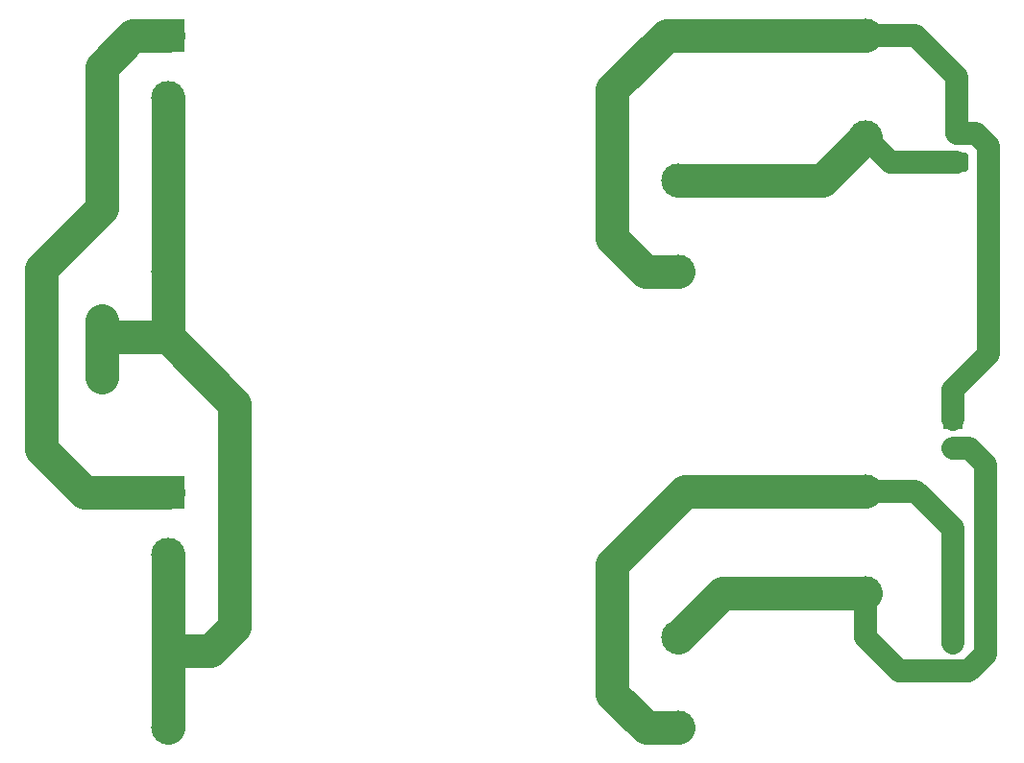
<source format=gbr>
%TF.GenerationSoftware,KiCad,Pcbnew,8.0.1*%
%TF.CreationDate,2024-04-15T18:30:31+02:00*%
%TF.ProjectId,Meanwell IRM Board,4d65616e-7765-46c6-9c20-49524d20426f,rev?*%
%TF.SameCoordinates,Original*%
%TF.FileFunction,Copper,L1,Top*%
%TF.FilePolarity,Positive*%
%FSLAX46Y46*%
G04 Gerber Fmt 4.6, Leading zero omitted, Abs format (unit mm)*
G04 Created by KiCad (PCBNEW 8.0.1) date 2024-04-15 18:30:31*
%MOMM*%
%LPD*%
G01*
G04 APERTURE LIST*
G04 Aperture macros list*
%AMRoundRect*
0 Rectangle with rounded corners*
0 $1 Rounding radius*
0 $2 $3 $4 $5 $6 $7 $8 $9 X,Y pos of 4 corners*
0 Add a 4 corners polygon primitive as box body*
4,1,4,$2,$3,$4,$5,$6,$7,$8,$9,$2,$3,0*
0 Add four circle primitives for the rounded corners*
1,1,$1+$1,$2,$3*
1,1,$1+$1,$4,$5*
1,1,$1+$1,$6,$7*
1,1,$1+$1,$8,$9*
0 Add four rect primitives between the rounded corners*
20,1,$1+$1,$2,$3,$4,$5,0*
20,1,$1+$1,$4,$5,$6,$7,0*
20,1,$1+$1,$6,$7,$8,$9,0*
20,1,$1+$1,$8,$9,$2,$3,0*%
G04 Aperture macros list end*
%TA.AperFunction,ComponentPad*%
%ADD10R,3.000000X3.000000*%
%TD*%
%TA.AperFunction,ComponentPad*%
%ADD11C,3.000000*%
%TD*%
%TA.AperFunction,ComponentPad*%
%ADD12RoundRect,0.250000X0.750000X-0.600000X0.750000X0.600000X-0.750000X0.600000X-0.750000X-0.600000X0*%
%TD*%
%TA.AperFunction,ComponentPad*%
%ADD13O,2.000000X1.700000*%
%TD*%
%TA.AperFunction,ComponentPad*%
%ADD14R,1.700000X1.700000*%
%TD*%
%TA.AperFunction,ComponentPad*%
%ADD15O,1.700000X1.700000*%
%TD*%
%TA.AperFunction,ComponentPad*%
%ADD16C,2.200000*%
%TD*%
%TA.AperFunction,Conductor*%
%ADD17C,2.000000*%
%TD*%
%TA.AperFunction,Conductor*%
%ADD18C,3.000000*%
%TD*%
G04 APERTURE END LIST*
D10*
%TO.P,PS2,1,AC/L*%
%TO.N,Net-(J1-Pin_1)*%
X113150000Y-94300000D03*
D11*
%TO.P,PS2,2,AC/N*%
%TO.N,Net-(J2-Pin_1)*%
X113150000Y-99800000D03*
X113150000Y-115100000D03*
%TO.P,PS2,3,-Vo*%
%TO.N,Net-(J5-Pin_2)*%
X158150000Y-115100000D03*
X174650000Y-94250000D03*
%TO.P,PS2,4,+Vo*%
%TO.N,Net-(J3-Pin_2)*%
X158150000Y-107100000D03*
X174650000Y-103250000D03*
%TD*%
D10*
%TO.P,PS1,1,AC/L*%
%TO.N,Net-(J1-Pin_1)*%
X113150000Y-54050000D03*
D11*
%TO.P,PS1,2,AC/N*%
%TO.N,Net-(J2-Pin_1)*%
X113150000Y-59550000D03*
X113150000Y-74850000D03*
%TO.P,PS1,3,-Vo*%
%TO.N,Net-(J3-Pin_1)*%
X158150000Y-74850000D03*
X174650000Y-54000000D03*
%TO.P,PS1,4,+Vo*%
%TO.N,Net-(J4-Pin_1)*%
X158150000Y-66850000D03*
X174650000Y-63000000D03*
%TD*%
D12*
%TO.P,J5,1,Pin_1*%
%TO.N,Net-(J3-Pin_2)*%
X182300000Y-110100000D03*
D13*
%TO.P,J5,2,Pin_2*%
%TO.N,Net-(J5-Pin_2)*%
X182300000Y-107600000D03*
%TD*%
%TO.P,J4,2,Pin_2*%
%TO.N,Net-(J3-Pin_1)*%
X182700000Y-62700000D03*
D12*
%TO.P,J4,1,Pin_1*%
%TO.N,Net-(J4-Pin_1)*%
X182700000Y-65200000D03*
%TD*%
D14*
%TO.P,J3,1,Pin_1*%
%TO.N,Net-(J3-Pin_1)*%
X182300000Y-87925000D03*
D15*
%TO.P,J3,2,Pin_2*%
%TO.N,Net-(J3-Pin_2)*%
X182300000Y-90465000D03*
%TD*%
D16*
%TO.P,J2,1,Pin_1*%
%TO.N,Net-(J2-Pin_1)*%
X107300000Y-84200000D03*
X107300000Y-79200000D03*
%TD*%
%TO.P,J1,1,Pin_1*%
%TO.N,Net-(J1-Pin_1)*%
X107300000Y-69300000D03*
X107300000Y-64300000D03*
%TD*%
D17*
%TO.N,Net-(J3-Pin_2)*%
X183765000Y-90465000D02*
X182300000Y-90465000D01*
X185200000Y-108600000D02*
X185200000Y-91900000D01*
X185200000Y-91900000D02*
X183765000Y-90465000D01*
X183700000Y-110100000D02*
X185200000Y-108600000D01*
X182300000Y-110100000D02*
X183700000Y-110100000D01*
%TO.N,Net-(J3-Pin_1)*%
X185500000Y-82100000D02*
X182300000Y-85300000D01*
X182300000Y-85300000D02*
X182300000Y-87925000D01*
X185500000Y-63800000D02*
X185500000Y-82100000D01*
X184400000Y-62700000D02*
X185500000Y-63800000D01*
X182700000Y-62700000D02*
X184400000Y-62700000D01*
%TO.N,Net-(J3-Pin_2)*%
X174650000Y-107150000D02*
X174650000Y-103250000D01*
X177600000Y-110100000D02*
X174650000Y-107150000D01*
X182300000Y-110100000D02*
X177600000Y-110100000D01*
%TO.N,Net-(J5-Pin_2)*%
X182300000Y-97500000D02*
X179050000Y-94250000D01*
X179050000Y-94250000D02*
X174650000Y-94250000D01*
X182300000Y-107600000D02*
X182300000Y-97500000D01*
%TO.N,Net-(J3-Pin_1)*%
X179000000Y-54000000D02*
X174650000Y-54000000D01*
X182700000Y-57700000D02*
X179000000Y-54000000D01*
X182700000Y-62700000D02*
X182700000Y-57700000D01*
%TO.N,Net-(J4-Pin_1)*%
X176850000Y-65200000D02*
X174650000Y-63000000D01*
X182700000Y-65200000D02*
X176850000Y-65200000D01*
D18*
%TO.N,Net-(J5-Pin_2)*%
X155300000Y-115100000D02*
X158150000Y-115100000D01*
X158750000Y-94250000D02*
X152300000Y-100700000D01*
X152300000Y-100700000D02*
X152300000Y-112100000D01*
X152300000Y-112100000D02*
X155300000Y-115100000D01*
X174650000Y-94250000D02*
X158750000Y-94250000D01*
%TO.N,Net-(J3-Pin_2)*%
X162000000Y-103250000D02*
X174650000Y-103250000D01*
X158150000Y-107100000D02*
X162000000Y-103250000D01*
%TO.N,Net-(J3-Pin_1)*%
X152300000Y-58800000D02*
X157100000Y-54000000D01*
X157100000Y-54000000D02*
X174650000Y-54000000D01*
X152300000Y-71900000D02*
X152300000Y-58800000D01*
X158150000Y-74850000D02*
X155250000Y-74850000D01*
X155250000Y-74850000D02*
X152300000Y-71900000D01*
%TO.N,Net-(J4-Pin_1)*%
X170800000Y-66850000D02*
X174650000Y-63000000D01*
X158150000Y-66850000D02*
X170800000Y-66850000D01*
%TO.N,Net-(J2-Pin_1)*%
X107350000Y-80650000D02*
X107300000Y-80700000D01*
X113150000Y-80650000D02*
X107350000Y-80650000D01*
X107300000Y-80700000D02*
X107300000Y-79200000D01*
X107300000Y-84200000D02*
X107300000Y-80700000D01*
X119000000Y-106200000D02*
X119000000Y-86500000D01*
X119000000Y-86500000D02*
X113150000Y-80650000D01*
X116900000Y-108300000D02*
X119000000Y-106200000D01*
X113150000Y-80650000D02*
X113150000Y-74850000D01*
X113150000Y-108300000D02*
X116900000Y-108300000D01*
X113150000Y-108300000D02*
X113150000Y-115100000D01*
X113150000Y-99800000D02*
X113150000Y-108300000D01*
%TO.N,Net-(J1-Pin_1)*%
X105800000Y-94300000D02*
X102000000Y-90500000D01*
X102000000Y-74600000D02*
X102000000Y-90500000D01*
X107300000Y-69300000D02*
X102000000Y-74600000D01*
X105800000Y-94300000D02*
X113150000Y-94300000D01*
X107300000Y-64300000D02*
X107300000Y-69300000D01*
%TO.N,Net-(J2-Pin_1)*%
X113150000Y-59550000D02*
X113150000Y-74850000D01*
%TO.N,Net-(J1-Pin_1)*%
X107300000Y-56800000D02*
X110050000Y-54050000D01*
X107300000Y-64300000D02*
X107300000Y-56800000D01*
X110050000Y-54050000D02*
X113150000Y-54050000D01*
%TD*%
M02*

</source>
